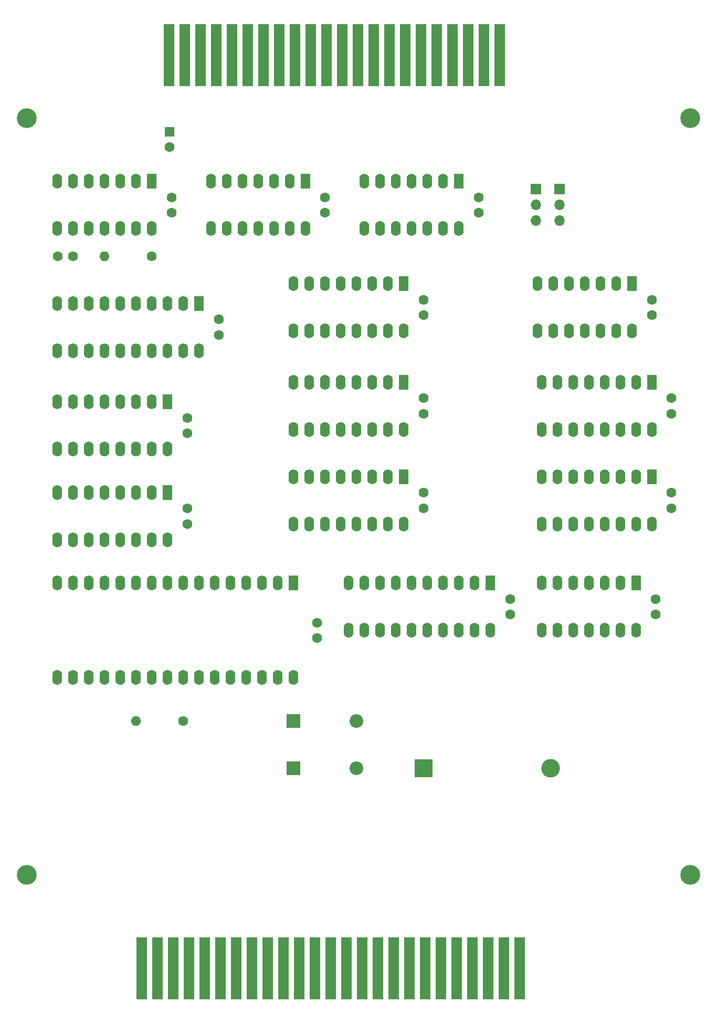
<source format=gbs>
G04 #@! TF.GenerationSoftware,KiCad,Pcbnew,(5.1.9)-1*
G04 #@! TF.CreationDate,2025-12-07T21:20:58+09:00*
G04 #@! TF.ProjectId,MZ-2000_EMM_CMU,4d5a2d32-3030-4305-9f45-4d4d5f434d55,rev?*
G04 #@! TF.SameCoordinates,PX20a6660PYbcc1c70*
G04 #@! TF.FileFunction,Soldermask,Bot*
G04 #@! TF.FilePolarity,Negative*
%FSLAX46Y46*%
G04 Gerber Fmt 4.6, Leading zero omitted, Abs format (unit mm)*
G04 Created by KiCad (PCBNEW (5.1.9)-1) date 2025-12-07 21:20:58*
%MOMM*%
%LPD*%
G01*
G04 APERTURE LIST*
%ADD10R,1.780000X10.000000*%
%ADD11C,3.200000*%
%ADD12C,1.600000*%
%ADD13R,1.600000X1.600000*%
%ADD14O,2.200000X2.200000*%
%ADD15R,2.200000X2.200000*%
%ADD16O,1.600000X1.600000*%
%ADD17R,1.600000X2.400000*%
%ADD18O,1.600000X2.400000*%
%ADD19C,3.000000*%
%ADD20R,3.000000X3.000000*%
%ADD21R,1.700000X1.700000*%
%ADD22O,1.700000X1.700000*%
G04 APERTURE END LIST*
D10*
X26940000Y137196000D03*
X29480000Y137196000D03*
X32020000Y137196000D03*
X34560000Y137196000D03*
X37100000Y137196000D03*
X39640000Y137196000D03*
X42180000Y137196000D03*
X44720000Y137196000D03*
X47260000Y137196000D03*
X49800000Y137196000D03*
X52340000Y137196000D03*
X54880000Y137196000D03*
X57420000Y137196000D03*
X59960000Y137196000D03*
X62500000Y137196000D03*
X65040000Y137196000D03*
X67580000Y137196000D03*
X70120000Y137196000D03*
X72660000Y137196000D03*
X75200000Y137196000D03*
X77740000Y137196000D03*
X80280000Y137196000D03*
D11*
X4000000Y127000000D03*
X111000000Y127000000D03*
X111000000Y5000000D03*
X4000000Y5000000D03*
D10*
X83447500Y-10080000D03*
X80907500Y-10080000D03*
X78367500Y-10080000D03*
X75827500Y-10080000D03*
X73287500Y-10080000D03*
X70747500Y-10080000D03*
X68207500Y-10080000D03*
X65667500Y-10080000D03*
X63127500Y-10080000D03*
X60587500Y-10080000D03*
X58047500Y-10080000D03*
X55507500Y-10080000D03*
X52967500Y-10080000D03*
X50427500Y-10080000D03*
X47887500Y-10080000D03*
X45347500Y-10080000D03*
X42807500Y-10080000D03*
X40267500Y-10080000D03*
X37727500Y-10080000D03*
X35187500Y-10080000D03*
X32647500Y-10080000D03*
X30107500Y-10080000D03*
X27567500Y-10080000D03*
X25027500Y-10080000D03*
X22487500Y-10080000D03*
D12*
X76835000Y111760000D03*
X76835000Y114260000D03*
X34925000Y94575000D03*
X34925000Y92075000D03*
X67945000Y95250000D03*
X67945000Y97750000D03*
X29845000Y76200000D03*
X29845000Y78700000D03*
X67945000Y81875000D03*
X67945000Y79375000D03*
X29845000Y61595000D03*
X29845000Y64095000D03*
X67945000Y66635000D03*
X67945000Y64135000D03*
X50800000Y43180000D03*
X50800000Y45680000D03*
X81915000Y49490000D03*
X81915000Y46990000D03*
X8930000Y104775000D03*
X11430000Y104775000D03*
D13*
X26987500Y124841000D03*
D12*
X26987500Y122341000D03*
D14*
X57150000Y22225000D03*
D15*
X46990000Y22225000D03*
X46990000Y29845000D03*
D14*
X57150000Y29845000D03*
D12*
X24130000Y104775000D03*
D16*
X16510000Y104775000D03*
D17*
X24130000Y116840000D03*
D18*
X8890000Y109220000D03*
X21590000Y116840000D03*
X11430000Y109220000D03*
X19050000Y116840000D03*
X13970000Y109220000D03*
X16510000Y116840000D03*
X16510000Y109220000D03*
X13970000Y116840000D03*
X19050000Y109220000D03*
X11430000Y116840000D03*
X21590000Y109220000D03*
X8890000Y116840000D03*
X24130000Y109220000D03*
X31750000Y89535000D03*
X8890000Y97155000D03*
X29210000Y89535000D03*
X11430000Y97155000D03*
X26670000Y89535000D03*
X13970000Y97155000D03*
X24130000Y89535000D03*
X16510000Y97155000D03*
X21590000Y89535000D03*
X19050000Y97155000D03*
X19050000Y89535000D03*
X21590000Y97155000D03*
X16510000Y89535000D03*
X24130000Y97155000D03*
X13970000Y89535000D03*
X26670000Y97155000D03*
X11430000Y89535000D03*
X29210000Y97155000D03*
X8890000Y89535000D03*
D17*
X31750000Y97155000D03*
X64770000Y100330000D03*
D18*
X46990000Y92710000D03*
X62230000Y100330000D03*
X49530000Y92710000D03*
X59690000Y100330000D03*
X52070000Y92710000D03*
X57150000Y100330000D03*
X54610000Y92710000D03*
X54610000Y100330000D03*
X57150000Y92710000D03*
X52070000Y100330000D03*
X59690000Y92710000D03*
X49530000Y100330000D03*
X62230000Y92710000D03*
X46990000Y100330000D03*
X64770000Y92710000D03*
X26670000Y73660000D03*
X8890000Y81280000D03*
X24130000Y73660000D03*
X11430000Y81280000D03*
X21590000Y73660000D03*
X13970000Y81280000D03*
X19050000Y73660000D03*
X16510000Y81280000D03*
X16510000Y73660000D03*
X19050000Y81280000D03*
X13970000Y73660000D03*
X21590000Y81280000D03*
X11430000Y73660000D03*
X24130000Y81280000D03*
X8890000Y73660000D03*
D17*
X26670000Y81280000D03*
X64770000Y84455000D03*
D18*
X46990000Y76835000D03*
X62230000Y84455000D03*
X49530000Y76835000D03*
X59690000Y84455000D03*
X52070000Y76835000D03*
X57150000Y84455000D03*
X54610000Y76835000D03*
X54610000Y84455000D03*
X57150000Y76835000D03*
X52070000Y84455000D03*
X59690000Y76835000D03*
X49530000Y84455000D03*
X62230000Y76835000D03*
X46990000Y84455000D03*
X64770000Y76835000D03*
D17*
X26670000Y66675000D03*
D18*
X8890000Y59055000D03*
X24130000Y66675000D03*
X11430000Y59055000D03*
X21590000Y66675000D03*
X13970000Y59055000D03*
X19050000Y66675000D03*
X16510000Y59055000D03*
X16510000Y66675000D03*
X19050000Y59055000D03*
X13970000Y66675000D03*
X21590000Y59055000D03*
X11430000Y66675000D03*
X24130000Y59055000D03*
X8890000Y66675000D03*
X26670000Y59055000D03*
X64770000Y61595000D03*
X46990000Y69215000D03*
X62230000Y61595000D03*
X49530000Y69215000D03*
X59690000Y61595000D03*
X52070000Y69215000D03*
X57150000Y61595000D03*
X54610000Y69215000D03*
X54610000Y61595000D03*
X57150000Y69215000D03*
X52070000Y61595000D03*
X59690000Y69215000D03*
X49530000Y61595000D03*
X62230000Y69215000D03*
X46990000Y61595000D03*
D17*
X64770000Y69215000D03*
X46990000Y52070000D03*
D18*
X8890000Y36830000D03*
X44450000Y52070000D03*
X11430000Y36830000D03*
X41910000Y52070000D03*
X13970000Y36830000D03*
X39370000Y52070000D03*
X16510000Y36830000D03*
X36830000Y52070000D03*
X19050000Y36830000D03*
X34290000Y52070000D03*
X21590000Y36830000D03*
X31750000Y52070000D03*
X24130000Y36830000D03*
X29210000Y52070000D03*
X26670000Y36830000D03*
X26670000Y52070000D03*
X29210000Y36830000D03*
X24130000Y52070000D03*
X31750000Y36830000D03*
X21590000Y52070000D03*
X34290000Y36830000D03*
X19050000Y52070000D03*
X36830000Y36830000D03*
X16510000Y52070000D03*
X39370000Y36830000D03*
X13970000Y52070000D03*
X41910000Y36830000D03*
X11430000Y52070000D03*
X44450000Y36830000D03*
X8890000Y52070000D03*
X46990000Y36830000D03*
D17*
X78740000Y52070000D03*
D18*
X55880000Y44450000D03*
X76200000Y52070000D03*
X58420000Y44450000D03*
X73660000Y52070000D03*
X60960000Y44450000D03*
X71120000Y52070000D03*
X63500000Y44450000D03*
X68580000Y52070000D03*
X66040000Y44450000D03*
X66040000Y52070000D03*
X68580000Y44450000D03*
X63500000Y52070000D03*
X71120000Y44450000D03*
X60960000Y52070000D03*
X73660000Y44450000D03*
X58420000Y52070000D03*
X76200000Y44450000D03*
X55880000Y52070000D03*
X78740000Y44450000D03*
D19*
X88435000Y22225000D03*
D20*
X67945000Y22225000D03*
D12*
X52070000Y114260000D03*
X52070000Y111760000D03*
X27305000Y111760000D03*
X27305000Y114260000D03*
X104775000Y97750000D03*
X104775000Y95250000D03*
X107950000Y81875000D03*
X107950000Y79375000D03*
X107950000Y64135000D03*
X107950000Y66635000D03*
X105410000Y46990000D03*
X105410000Y49490000D03*
D21*
X86106000Y115570000D03*
D22*
X86106000Y113030000D03*
X86106000Y110490000D03*
X89916000Y110490000D03*
X89916000Y113030000D03*
D21*
X89916000Y115570000D03*
D17*
X48895000Y116840000D03*
D18*
X33655000Y109220000D03*
X46355000Y116840000D03*
X36195000Y109220000D03*
X43815000Y116840000D03*
X38735000Y109220000D03*
X41275000Y116840000D03*
X41275000Y109220000D03*
X38735000Y116840000D03*
X43815000Y109220000D03*
X36195000Y116840000D03*
X46355000Y109220000D03*
X33655000Y116840000D03*
X48895000Y109220000D03*
D17*
X101600000Y100330000D03*
D18*
X86360000Y92710000D03*
X99060000Y100330000D03*
X88900000Y92710000D03*
X96520000Y100330000D03*
X91440000Y92710000D03*
X93980000Y100330000D03*
X93980000Y92710000D03*
X91440000Y100330000D03*
X96520000Y92710000D03*
X88900000Y100330000D03*
X99060000Y92710000D03*
X86360000Y100330000D03*
X101600000Y92710000D03*
X104775000Y76835000D03*
X86995000Y84455000D03*
X102235000Y76835000D03*
X89535000Y84455000D03*
X99695000Y76835000D03*
X92075000Y84455000D03*
X97155000Y76835000D03*
X94615000Y84455000D03*
X94615000Y76835000D03*
X97155000Y84455000D03*
X92075000Y76835000D03*
X99695000Y84455000D03*
X89535000Y76835000D03*
X102235000Y84455000D03*
X86995000Y76835000D03*
D17*
X104775000Y84455000D03*
X104775000Y69215000D03*
D18*
X86995000Y61595000D03*
X102235000Y69215000D03*
X89535000Y61595000D03*
X99695000Y69215000D03*
X92075000Y61595000D03*
X97155000Y69215000D03*
X94615000Y61595000D03*
X94615000Y69215000D03*
X97155000Y61595000D03*
X92075000Y69215000D03*
X99695000Y61595000D03*
X89535000Y69215000D03*
X102235000Y61595000D03*
X86995000Y69215000D03*
X104775000Y61595000D03*
X102235000Y44450000D03*
X86995000Y52070000D03*
X99695000Y44450000D03*
X89535000Y52070000D03*
X97155000Y44450000D03*
X92075000Y52070000D03*
X94615000Y44450000D03*
X94615000Y52070000D03*
X92075000Y44450000D03*
X97155000Y52070000D03*
X89535000Y44450000D03*
X99695000Y52070000D03*
X86995000Y44450000D03*
D17*
X102235000Y52070000D03*
X73660000Y116840000D03*
D18*
X58420000Y109220000D03*
X71120000Y116840000D03*
X60960000Y109220000D03*
X68580000Y116840000D03*
X63500000Y109220000D03*
X66040000Y116840000D03*
X66040000Y109220000D03*
X63500000Y116840000D03*
X68580000Y109220000D03*
X60960000Y116840000D03*
X71120000Y109220000D03*
X58420000Y116840000D03*
X73660000Y109220000D03*
D12*
X29210000Y29845000D03*
D16*
X21590000Y29845000D03*
M02*

</source>
